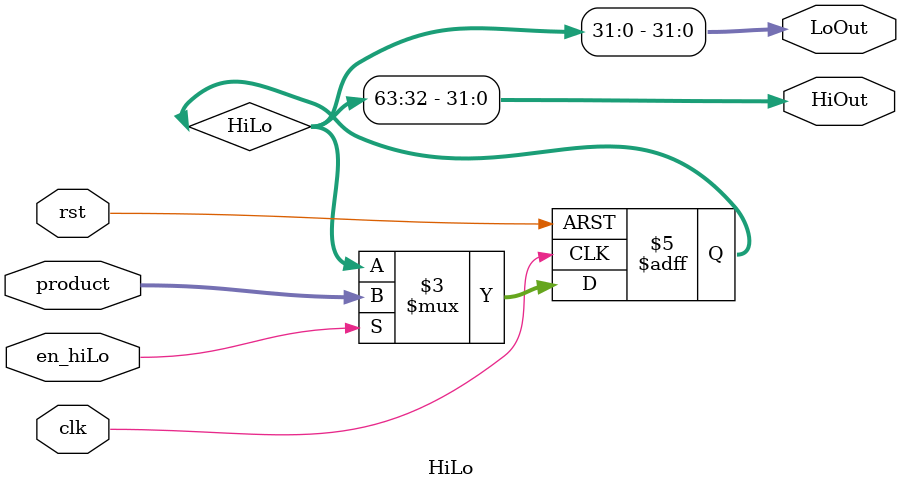
<source format=v>
module HiLo( product, HiOut, LoOut, clk, rst, en_hiLo );
	input [63:0] product;
	input clk, rst, en_hiLo;
	output [31:0] HiOut, LoOut;

	reg [63:0] HiLo;

	assign HiOut = HiLo[63:32] ;
	assign LoOut = HiLo[31:0] ;


	always @ ( posedge clk or posedge rst )
	begin
		if ( rst ) HiLo = 64'b0;
		else if ( en_hiLo ) HiLo = product;
	end


endmodule
</source>
